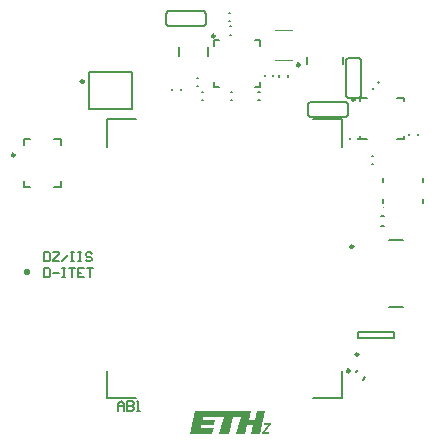
<source format=gto>
G04*
G04 #@! TF.GenerationSoftware,Altium Limited,Altium NEXUS,3.0.10 (100)*
G04*
G04 Layer_Color=65535*
%FSLAX44Y44*%
%MOMM*%
G71*
G01*
G75*
%ADD10C,0.2500*%
%ADD11C,0.1000*%
%ADD12C,0.2000*%
%ADD13C,0.1500*%
%ADD14C,0.2540*%
G36*
X216800Y2500D02*
X209420D01*
X211220Y10170D01*
X206100D01*
X204300Y2500D01*
X196920D01*
X200390Y17300D01*
X193800Y17300D01*
X190320Y2500D01*
X182500D01*
X185990Y17300D01*
X168790Y17300D01*
X168230Y14940D01*
X178860D01*
X177730Y10140D01*
X167110Y10140D01*
X166540Y7700D01*
X177640D01*
X176420Y2500D01*
X157500D01*
X162200Y22500D01*
X208990D01*
X207230Y14970D01*
X212350D01*
X214120Y22500D01*
X221500D01*
X216800Y2500D01*
D02*
G37*
G36*
X226330Y11060D02*
X221160Y4320D01*
X224830D01*
X224460Y2660D01*
X218420D01*
X218650Y3730D01*
X223800Y10440D01*
X220140D01*
X220510Y12100D01*
X226560D01*
X226330Y11060D01*
D02*
G37*
D10*
X178689Y339800D02*
G03*
X178689Y339800I-1250J0D01*
G01*
X67750Y301250D02*
G03*
X67750Y301250I-1250J0D01*
G01*
X9250Y239000D02*
G03*
X9250Y239000I-1250J0D01*
G01*
X250520Y315330D02*
G03*
X250520Y315330I-1270J0D01*
G01*
X300250Y70250D02*
G03*
X300250Y70250I-1250J0D01*
G01*
X295750Y161500D02*
G03*
X295750Y161500I-1250J0D01*
G01*
X297200Y286250D02*
G03*
X297200Y286250I-1250J0D01*
G01*
X292928Y56185D02*
G03*
X292928Y56185I-1250J0D01*
G01*
D11*
X321500Y194500D02*
G03*
X321500Y194500I-500J0D01*
G01*
X51875Y94565D02*
G03*
X51875Y94565I-500J0D01*
G01*
X229250Y344750D02*
X244250D01*
X229250Y319750D02*
X244250Y319750D01*
D12*
X177500Y331500D02*
Y336000D01*
X182000D01*
X212500D02*
X217000D01*
Y331500D02*
Y336000D01*
Y296500D02*
Y301000D01*
X212500Y296500D02*
X217000D01*
X177500D02*
Y301000D01*
Y296500D02*
X182000D01*
X72000Y278000D02*
Y309500D01*
Y278000D02*
X108500D01*
Y309500D01*
X72000D02*
X108500D01*
X17000Y247500D02*
Y252750D01*
Y211750D02*
Y217000D01*
X42750Y211750D02*
X48000D01*
X17000D02*
X22250D01*
X48000Y247500D02*
Y252750D01*
Y211750D02*
Y217000D01*
X42750Y252750D02*
X48000D01*
X17000D02*
X22250D01*
X355000Y215950D02*
Y219500D01*
Y198500D02*
Y202050D01*
X321000Y215950D02*
Y219500D01*
Y198500D02*
Y202050D01*
X319250Y178750D02*
X322250D01*
X319250Y187250D02*
X322250D01*
X191056Y347864D02*
X192055D01*
X191056Y340864D02*
X192055D01*
X190250Y359250D02*
X191250D01*
X190250Y352250D02*
X191250D01*
X148650Y322750D02*
Y330750D01*
X172850Y322750D02*
Y330750D01*
X142750Y294250D02*
Y295250D01*
X149750Y294250D02*
Y295250D01*
X163250Y304500D02*
X164250D01*
X163250Y297500D02*
X164250D01*
X215500Y285250D02*
X216500D01*
X215500Y292250D02*
X216500D01*
X192000Y285250D02*
X193000D01*
X192000Y292250D02*
X193000D01*
X287150Y316250D02*
Y322250D01*
X256850D02*
X256850Y316250D01*
X221250Y305750D02*
Y306750D01*
X228250Y305750D02*
Y306750D01*
X167750Y285250D02*
X168750D01*
X167750Y292250D02*
X168750D01*
X240250Y305500D02*
Y306500D01*
X233250Y305500D02*
Y306500D01*
X300000Y84000D02*
Y89000D01*
X330000Y84000D02*
Y89000D01*
X300000Y84000D02*
X330000D01*
X300000Y89000D02*
X330000D01*
X325750Y110000D02*
X337750D01*
X325750Y167000D02*
X337750D01*
X303945Y48934D02*
X306066Y51055D01*
X297934Y54945D02*
X300056Y57066D01*
X301450Y253000D02*
Y255000D01*
Y253000D02*
X307200D01*
X338450D02*
Y255000D01*
X332700Y253000D02*
X338450D01*
Y285000D02*
Y287000D01*
X332700D02*
X338450D01*
X301450D02*
X307200D01*
X301450Y285000D02*
Y287000D01*
X317121Y300979D02*
X317829Y300272D01*
X312172Y296029D02*
X312879Y295322D01*
X299750Y252250D02*
Y253250D01*
X292750Y252250D02*
Y253250D01*
X343250Y255750D02*
Y256750D01*
X350250Y255750D02*
Y256750D01*
X311750Y231500D02*
X312750D01*
X311750Y238500D02*
X312750D01*
X286247Y33188D02*
Y56185D01*
X261750Y33188D02*
X286247Y33188D01*
X87248Y33188D02*
Y56185D01*
Y33188D02*
X111745D01*
X87248Y246190D02*
Y269188D01*
X111745D01*
X286247Y246190D02*
Y269188D01*
X261750Y269188D02*
X286247Y269188D01*
X96528Y22500D02*
Y27832D01*
X99194Y30497D01*
X101860Y27832D01*
Y22500D01*
Y26499D01*
X96528D01*
X104526Y30497D02*
Y22500D01*
X108524D01*
X109857Y23833D01*
Y25166D01*
X108524Y26499D01*
X104526D01*
X108524D01*
X109857Y27832D01*
Y29165D01*
X108524Y30497D01*
X104526D01*
X112523Y22500D02*
X115189D01*
X113856D01*
Y30497D01*
X112523D01*
X34250Y156795D02*
Y149297D01*
X37999D01*
X39248Y150547D01*
Y155545D01*
X37999Y156795D01*
X34250D01*
X41748D02*
X46746D01*
Y155545D01*
X41748Y150547D01*
Y149297D01*
X46746D01*
X49245D02*
X54244Y154296D01*
X56743Y156795D02*
X59242D01*
X57992D01*
Y149297D01*
X56743D01*
X59242D01*
X62991Y156795D02*
X65490D01*
X64240D01*
Y149297D01*
X62991D01*
X65490D01*
X74237Y155545D02*
X72988Y156795D01*
X70488D01*
X69239Y155545D01*
Y154296D01*
X70488Y153046D01*
X72988D01*
X74237Y151796D01*
Y150547D01*
X72988Y149297D01*
X70488D01*
X69239Y150547D01*
X34250Y142998D02*
Y135500D01*
X37999D01*
X39248Y136750D01*
Y141748D01*
X37999Y142998D01*
X34250D01*
X41748Y139249D02*
X46746D01*
X49245Y142998D02*
X51744D01*
X50495D01*
Y135500D01*
X49245D01*
X51744D01*
X55493Y142998D02*
X60492D01*
X57992D01*
Y135500D01*
X67989Y142998D02*
X62991D01*
Y135500D01*
X67989D01*
X62991Y139249D02*
X65490D01*
X70488Y142998D02*
X75487D01*
X72988D01*
Y135500D01*
D13*
X139259Y360600D02*
X145610D01*
X171518Y349678D02*
Y358820D01*
X169739Y360600D02*
X171518Y358820D01*
X145610Y360600D02*
X169739D01*
X137481Y358822D02*
X139259Y360600D01*
X137481Y349676D02*
Y358822D01*
Y349676D02*
X139260Y347897D01*
X144845D01*
X157042D01*
X169737D01*
X171518Y349678D01*
X283390Y271400D02*
X289741D01*
X257482Y273180D02*
Y282322D01*
Y273180D02*
X259261Y271400D01*
X283390D01*
X289741D02*
X291519Y273178D01*
Y282324D01*
X289740Y284103D02*
X291519Y282324D01*
X284155Y284103D02*
X289740D01*
X271958D02*
X284155D01*
X259263D02*
X271958D01*
X257482Y282322D02*
X259263Y284103D01*
X302600Y313390D02*
Y319741D01*
X291678Y287482D02*
X300820D01*
X302600Y289261D01*
Y313390D01*
X300822Y321519D02*
X302600Y319741D01*
X291676Y321519D02*
X300822D01*
X289897Y319740D02*
X291676Y321519D01*
X289897Y314155D02*
Y319740D01*
Y301958D02*
Y314155D01*
Y289263D02*
Y301958D01*
Y289263D02*
X291678Y287482D01*
D14*
X17540Y138790D02*
X20079D01*
Y141329D01*
X17540D01*
Y138790D01*
M02*

</source>
